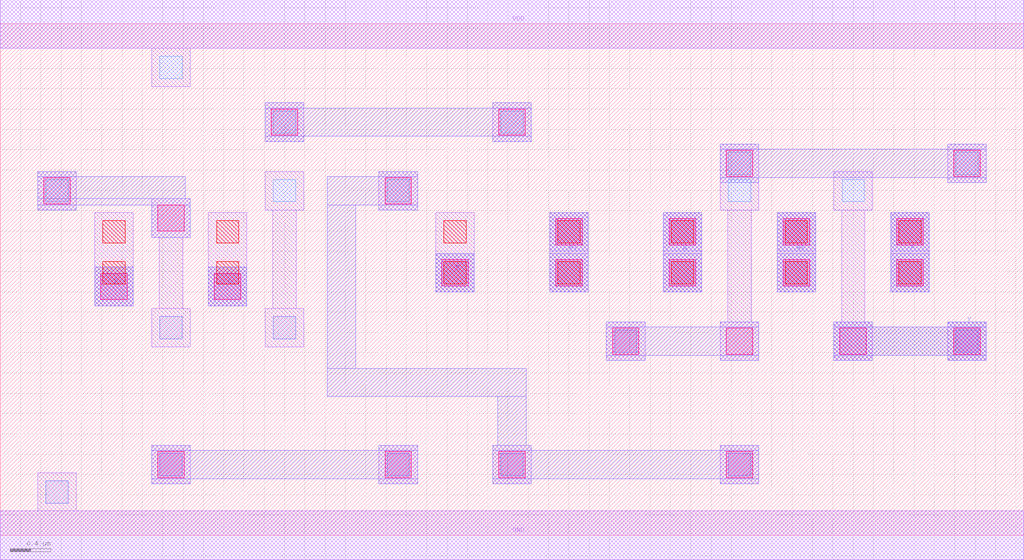
<source format=lef>
MACRO AOAOAI22111
 CLASS CORE ;
 FOREIGN AOAOAI22111 0 0 ;
 SIZE 10.08 BY 5.04 ;
 ORIGIN 0 0 ;
 SYMMETRY X Y R90 ;
 SITE unit ;
  PIN VDD
   DIRECTION INOUT ;
   USE POWER ;
   SHAPE ABUTMENT ;
    PORT
     CLASS CORE ;
       LAYER met1 ;
        RECT 0.00000000 4.80000000 10.08000000 5.28000000 ;
    END
  END VDD

  PIN GND
   DIRECTION INOUT ;
   USE POWER ;
   SHAPE ABUTMENT ;
    PORT
     CLASS CORE ;
       LAYER met1 ;
        RECT 0.00000000 -0.24000000 10.08000000 0.24000000 ;
    END
  END GND

  PIN Y
   DIRECTION INOUT ;
   USE SIGNAL ;
   SHAPE ABUTMENT ;
    PORT
     CLASS CORE ;
       LAYER met2 ;
        RECT 8.21000000 1.72200000 8.59000000 1.77200000 ;
        RECT 9.33000000 1.72200000 9.71000000 1.77200000 ;
        RECT 8.21000000 1.77200000 9.71000000 2.05200000 ;
        RECT 8.21000000 2.05200000 8.59000000 2.10200000 ;
        RECT 9.33000000 2.05200000 9.71000000 2.10200000 ;
    END
  END Y

  PIN B
   DIRECTION INOUT ;
   USE SIGNAL ;
   SHAPE ABUTMENT ;
    PORT
     CLASS CORE ;
       LAYER met2 ;
        RECT 6.53000000 2.39700000 6.91000000 3.18200000 ;
    END
  END B

  PIN C
   DIRECTION INOUT ;
   USE SIGNAL ;
   SHAPE ABUTMENT ;
    PORT
     CLASS CORE ;
       LAYER met2 ;
        RECT 4.29000000 2.39700000 4.67000000 2.77700000 ;
    END
  END C

  PIN D
   DIRECTION INOUT ;
   USE SIGNAL ;
   SHAPE ABUTMENT ;
    PORT
     CLASS CORE ;
       LAYER met2 ;
        RECT 2.05000000 2.26200000 2.43000000 2.64200000 ;
    END
  END D

  PIN B1
   DIRECTION INOUT ;
   USE SIGNAL ;
   SHAPE ABUTMENT ;
    PORT
     CLASS CORE ;
       LAYER met2 ;
        RECT 5.41000000 2.39700000 5.79000000 3.18200000 ;
    END
  END B1

  PIN E
   DIRECTION INOUT ;
   USE SIGNAL ;
   SHAPE ABUTMENT ;
    PORT
     CLASS CORE ;
       LAYER met2 ;
        RECT 0.93000000 2.26200000 1.31000000 2.64200000 ;
    END
  END E

  PIN A
   DIRECTION INOUT ;
   USE SIGNAL ;
   SHAPE ABUTMENT ;
    PORT
     CLASS CORE ;
       LAYER met2 ;
        RECT 8.77000000 2.39700000 9.15000000 3.18200000 ;
    END
  END A

  PIN A1
   DIRECTION INOUT ;
   USE SIGNAL ;
   SHAPE ABUTMENT ;
    PORT
     CLASS CORE ;
       LAYER met2 ;
        RECT 7.65000000 2.39700000 8.03000000 3.18200000 ;
    END
  END A1

 OBS
    LAYER polycont ;
     RECT 1.01000000 2.47700000 1.23000000 2.69700000 ;
     RECT 2.13000000 2.47700000 2.35000000 2.69700000 ;
     RECT 4.37000000 2.47700000 4.59000000 2.69700000 ;
     RECT 5.49000000 2.47700000 5.71000000 2.69700000 ;
     RECT 6.61000000 2.47700000 6.83000000 2.69700000 ;
     RECT 7.73000000 2.47700000 7.95000000 2.69700000 ;
     RECT 8.85000000 2.47700000 9.07000000 2.69700000 ;
     RECT 1.01000000 2.88200000 1.23000000 3.10200000 ;
     RECT 2.13000000 2.88200000 2.35000000 3.10200000 ;
     RECT 4.37000000 2.88200000 4.59000000 3.10200000 ;
     RECT 5.49000000 2.88200000 5.71000000 3.10200000 ;
     RECT 6.61000000 2.88200000 6.83000000 3.10200000 ;
     RECT 7.73000000 2.88200000 7.95000000 3.10200000 ;
     RECT 8.85000000 2.88200000 9.07000000 3.10200000 ;

    LAYER pdiffc ;
     RECT 0.45000000 3.28700000 0.67000000 3.50700000 ;
     RECT 2.69000000 3.28700000 2.91000000 3.50700000 ;
     RECT 3.81000000 3.28700000 4.03000000 3.50700000 ;
     RECT 7.17000000 3.28700000 7.39000000 3.50700000 ;
     RECT 8.29000000 3.28700000 8.51000000 3.50700000 ;
     RECT 7.17000000 3.55700000 7.39000000 3.77700000 ;
     RECT 9.41000000 3.55700000 9.63000000 3.77700000 ;
     RECT 2.69000000 3.96200000 2.91000000 4.18200000 ;
     RECT 4.93000000 3.96200000 5.15000000 4.18200000 ;
     RECT 1.57000000 4.50200000 1.79000000 4.72200000 ;

    LAYER ndiffc ;
     RECT 0.45000000 0.31700000 0.67000000 0.53700000 ;
     RECT 1.57000000 0.58700000 1.79000000 0.80700000 ;
     RECT 3.81000000 0.58700000 4.03000000 0.80700000 ;
     RECT 4.93000000 0.58700000 5.15000000 0.80700000 ;
     RECT 7.17000000 0.58700000 7.39000000 0.80700000 ;
     RECT 6.05000000 1.80200000 6.27000000 2.02200000 ;
     RECT 9.41000000 1.80200000 9.63000000 2.02200000 ;
     RECT 1.57000000 1.93700000 1.79000000 2.15700000 ;
     RECT 2.69000000 1.93700000 2.91000000 2.15700000 ;

    LAYER met1 ;
     RECT 0.00000000 -0.24000000 10.08000000 0.24000000 ;
     RECT 0.37000000 0.24000000 0.75000000 0.61700000 ;
     RECT 1.49000000 0.50700000 1.87000000 0.88700000 ;
     RECT 3.73000000 0.50700000 4.11000000 0.88700000 ;
     RECT 4.85000000 0.50700000 5.23000000 0.88700000 ;
     RECT 7.09000000 0.50700000 7.47000000 0.88700000 ;
     RECT 5.97000000 1.72200000 6.35000000 2.10200000 ;
     RECT 9.33000000 1.72200000 9.71000000 2.10200000 ;
     RECT 5.41000000 2.39700000 5.79000000 2.77700000 ;
     RECT 6.53000000 2.39700000 6.91000000 2.77700000 ;
     RECT 7.65000000 2.39700000 8.03000000 2.77700000 ;
     RECT 8.77000000 2.39700000 9.15000000 2.77700000 ;
     RECT 0.93000000 2.26200000 1.31000000 3.18200000 ;
     RECT 2.05000000 2.26200000 2.43000000 3.18200000 ;
     RECT 4.29000000 2.39700000 4.67000000 3.18200000 ;
     RECT 5.41000000 2.80200000 5.79000000 3.18200000 ;
     RECT 6.53000000 2.80200000 6.91000000 3.18200000 ;
     RECT 7.65000000 2.80200000 8.03000000 3.18200000 ;
     RECT 8.77000000 2.80200000 9.15000000 3.18200000 ;
     RECT 1.49000000 1.85700000 1.87000000 2.23700000 ;
     RECT 1.56500000 2.23700000 1.79500000 2.93700000 ;
     RECT 1.49000000 2.93700000 1.87000000 3.31700000 ;
     RECT 0.37000000 3.20700000 0.75000000 3.58700000 ;
     RECT 2.61000000 1.85700000 2.99000000 2.23700000 ;
     RECT 2.68500000 2.23700000 2.91500000 3.20700000 ;
     RECT 2.61000000 3.20700000 2.99000000 3.58700000 ;
     RECT 3.73000000 3.20700000 4.11000000 3.58700000 ;
     RECT 8.21000000 1.72200000 8.59000000 2.10200000 ;
     RECT 8.28500000 2.10200000 8.51500000 3.20700000 ;
     RECT 8.21000000 3.20700000 8.59000000 3.58700000 ;
     RECT 7.09000000 1.72200000 7.47000000 2.10200000 ;
     RECT 7.16500000 2.10200000 7.39500000 3.20700000 ;
     RECT 7.09000000 3.20700000 7.47000000 3.85700000 ;
     RECT 9.33000000 3.47700000 9.71000000 3.85700000 ;
     RECT 2.61000000 3.88200000 2.99000000 4.26200000 ;
     RECT 4.85000000 3.88200000 5.23000000 4.26200000 ;
     RECT 1.49000000 4.42200000 1.87000000 4.80000000 ;
     RECT 0.00000000 4.80000000 10.08000000 5.28000000 ;

    LAYER via1 ;
     RECT 1.55000000 0.56700000 1.81000000 0.82700000 ;
     RECT 3.79000000 0.56700000 4.05000000 0.82700000 ;
     RECT 4.91000000 0.56700000 5.17000000 0.82700000 ;
     RECT 7.15000000 0.56700000 7.41000000 0.82700000 ;
     RECT 6.03000000 1.78200000 6.29000000 2.04200000 ;
     RECT 7.15000000 1.78200000 7.41000000 2.04200000 ;
     RECT 8.27000000 1.78200000 8.53000000 2.04200000 ;
     RECT 9.39000000 1.78200000 9.65000000 2.04200000 ;
     RECT 0.99000000 2.32200000 1.25000000 2.58200000 ;
     RECT 2.11000000 2.32200000 2.37000000 2.58200000 ;
     RECT 4.35000000 2.45700000 4.61000000 2.71700000 ;
     RECT 5.47000000 2.45700000 5.73000000 2.71700000 ;
     RECT 6.59000000 2.45700000 6.85000000 2.71700000 ;
     RECT 7.71000000 2.45700000 7.97000000 2.71700000 ;
     RECT 8.83000000 2.45700000 9.09000000 2.71700000 ;
     RECT 5.47000000 2.86200000 5.73000000 3.12200000 ;
     RECT 6.59000000 2.86200000 6.85000000 3.12200000 ;
     RECT 7.71000000 2.86200000 7.97000000 3.12200000 ;
     RECT 8.83000000 2.86200000 9.09000000 3.12200000 ;
     RECT 1.55000000 2.99700000 1.81000000 3.25700000 ;
     RECT 0.43000000 3.26700000 0.69000000 3.52700000 ;
     RECT 3.79000000 3.26700000 4.05000000 3.52700000 ;
     RECT 7.15000000 3.53700000 7.41000000 3.79700000 ;
     RECT 9.39000000 3.53700000 9.65000000 3.79700000 ;
     RECT 2.67000000 3.94200000 2.93000000 4.20200000 ;
     RECT 4.91000000 3.94200000 5.17000000 4.20200000 ;

    LAYER met2 ;
     RECT 1.49000000 0.50700000 1.87000000 0.55700000 ;
     RECT 3.73000000 0.50700000 4.11000000 0.55700000 ;
     RECT 1.49000000 0.55700000 4.11000000 0.83700000 ;
     RECT 1.49000000 0.83700000 1.87000000 0.88700000 ;
     RECT 3.73000000 0.83700000 4.11000000 0.88700000 ;
     RECT 5.97000000 1.72200000 6.35000000 1.77200000 ;
     RECT 7.09000000 1.72200000 7.47000000 1.77200000 ;
     RECT 5.97000000 1.77200000 7.47000000 2.05200000 ;
     RECT 5.97000000 2.05200000 6.35000000 2.10200000 ;
     RECT 7.09000000 2.05200000 7.47000000 2.10200000 ;
     RECT 8.21000000 1.72200000 8.59000000 1.77200000 ;
     RECT 9.33000000 1.72200000 9.71000000 1.77200000 ;
     RECT 8.21000000 1.77200000 9.71000000 2.05200000 ;
     RECT 8.21000000 2.05200000 8.59000000 2.10200000 ;
     RECT 9.33000000 2.05200000 9.71000000 2.10200000 ;
     RECT 0.93000000 2.26200000 1.31000000 2.64200000 ;
     RECT 2.05000000 2.26200000 2.43000000 2.64200000 ;
     RECT 4.29000000 2.39700000 4.67000000 2.77700000 ;
     RECT 5.41000000 2.39700000 5.79000000 3.18200000 ;
     RECT 6.53000000 2.39700000 6.91000000 3.18200000 ;
     RECT 7.65000000 2.39700000 8.03000000 3.18200000 ;
     RECT 8.77000000 2.39700000 9.15000000 3.18200000 ;
     RECT 0.37000000 3.20700000 0.75000000 3.25700000 ;
     RECT 1.49000000 2.93700000 1.87000000 3.25700000 ;
     RECT 0.37000000 3.25700000 1.87000000 3.31700000 ;
     RECT 0.37000000 3.31700000 1.82000000 3.53700000 ;
     RECT 0.37000000 3.53700000 0.75000000 3.58700000 ;
     RECT 4.85000000 0.50700000 5.23000000 0.55700000 ;
     RECT 7.09000000 0.50700000 7.47000000 0.55700000 ;
     RECT 4.85000000 0.55700000 7.47000000 0.83700000 ;
     RECT 4.85000000 0.83700000 5.23000000 0.88700000 ;
     RECT 7.09000000 0.83700000 7.47000000 0.88700000 ;
     RECT 4.90000000 0.88700000 5.18000000 1.36700000 ;
     RECT 3.22000000 1.36700000 5.18000000 1.64700000 ;
     RECT 3.22000000 1.64700000 3.50000000 3.25700000 ;
     RECT 3.73000000 3.20700000 4.11000000 3.25700000 ;
     RECT 3.22000000 3.25700000 4.11000000 3.53700000 ;
     RECT 3.73000000 3.53700000 4.11000000 3.58700000 ;
     RECT 7.09000000 3.47700000 7.47000000 3.52700000 ;
     RECT 9.33000000 3.47700000 9.71000000 3.52700000 ;
     RECT 7.09000000 3.52700000 9.71000000 3.80700000 ;
     RECT 7.09000000 3.80700000 7.47000000 3.85700000 ;
     RECT 9.33000000 3.80700000 9.71000000 3.85700000 ;
     RECT 2.61000000 3.88200000 2.99000000 3.93200000 ;
     RECT 4.85000000 3.88200000 5.23000000 3.93200000 ;
     RECT 2.61000000 3.93200000 5.23000000 4.21200000 ;
     RECT 2.61000000 4.21200000 2.99000000 4.26200000 ;
     RECT 4.85000000 4.21200000 5.23000000 4.26200000 ;

 END
END AOAOAI22111

</source>
